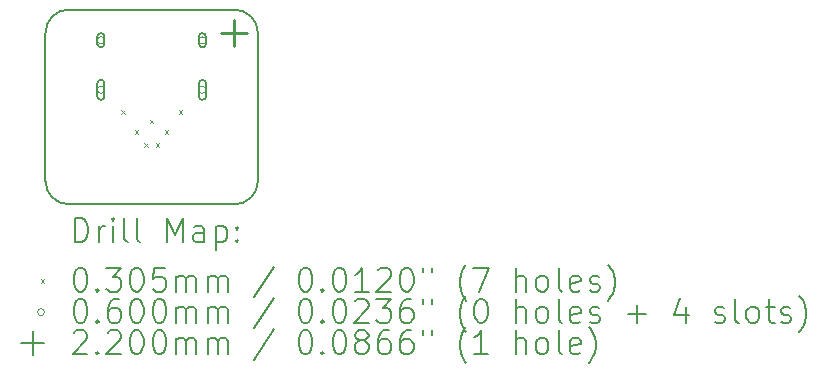
<source format=gbr>
%TF.GenerationSoftware,KiCad,Pcbnew,(6.0.8)*%
%TF.CreationDate,2022-10-31T11:18:18-04:00*%
%TF.ProjectId,Unified-Daughterboard,556e6966-6965-4642-9d44-617567687465,C3*%
%TF.SameCoordinates,Original*%
%TF.FileFunction,Drillmap*%
%TF.FilePolarity,Positive*%
%FSLAX45Y45*%
G04 Gerber Fmt 4.5, Leading zero omitted, Abs format (unit mm)*
G04 Created by KiCad (PCBNEW (6.0.8)) date 2022-10-31 11:18:18*
%MOMM*%
%LPD*%
G01*
G04 APERTURE LIST*
%ADD10C,0.150000*%
%ADD11C,0.200000*%
%ADD12C,0.030480*%
%ADD13C,0.060000*%
%ADD14C,0.220000*%
G04 APERTURE END LIST*
D10*
X8200450Y-7304300D02*
G75*
G03*
X8400450Y-7104300I0J200000D01*
G01*
X6600450Y-7104300D02*
G75*
G03*
X6800450Y-7304300I200000J0D01*
G01*
X6600450Y-7104300D02*
X6600450Y-5854300D01*
X8200450Y-7304300D02*
X6800450Y-7304300D01*
X8400450Y-5854300D02*
X8400450Y-7104300D01*
X6800450Y-5654300D02*
X8200450Y-5654300D01*
X6800450Y-5654300D02*
G75*
G03*
X6600450Y-5854300I0J-200000D01*
G01*
X8400450Y-5854300D02*
G75*
G03*
X8200450Y-5654300I-200000J0D01*
G01*
D11*
D12*
X7240010Y-6508660D02*
X7270490Y-6539140D01*
X7270490Y-6508660D02*
X7240010Y-6539140D01*
X7358010Y-6673760D02*
X7388490Y-6704240D01*
X7388490Y-6673760D02*
X7358010Y-6704240D01*
X7435210Y-6786560D02*
X7465690Y-6817040D01*
X7465690Y-6786560D02*
X7435210Y-6817040D01*
X7485010Y-6587400D02*
X7515490Y-6617880D01*
X7515490Y-6587400D02*
X7485010Y-6617880D01*
X7535010Y-6786360D02*
X7565490Y-6816840D01*
X7565490Y-6786360D02*
X7535010Y-6816840D01*
X7612010Y-6673760D02*
X7642490Y-6704240D01*
X7642490Y-6673760D02*
X7612010Y-6704240D01*
X7730010Y-6508660D02*
X7760490Y-6539140D01*
X7760490Y-6508660D02*
X7730010Y-6539140D01*
D13*
X7100250Y-5914300D02*
G75*
G03*
X7100250Y-5914300I-30000J0D01*
G01*
D11*
X7100250Y-5944300D02*
X7100250Y-5884300D01*
X7040250Y-5944300D02*
X7040250Y-5884300D01*
X7100250Y-5884300D02*
G75*
G03*
X7040250Y-5884300I-30000J0D01*
G01*
X7040250Y-5944300D02*
G75*
G03*
X7100250Y-5944300I30000J0D01*
G01*
D13*
X7100250Y-6334300D02*
G75*
G03*
X7100250Y-6334300I-30000J0D01*
G01*
D11*
X7100250Y-6389300D02*
X7100250Y-6279300D01*
X7040250Y-6389300D02*
X7040250Y-6279300D01*
X7100250Y-6279300D02*
G75*
G03*
X7040250Y-6279300I-30000J0D01*
G01*
X7040250Y-6389300D02*
G75*
G03*
X7100250Y-6389300I30000J0D01*
G01*
D13*
X7960250Y-5914300D02*
G75*
G03*
X7960250Y-5914300I-30000J0D01*
G01*
D11*
X7960250Y-5944300D02*
X7960250Y-5884300D01*
X7900250Y-5944300D02*
X7900250Y-5884300D01*
X7960250Y-5884300D02*
G75*
G03*
X7900250Y-5884300I-30000J0D01*
G01*
X7900250Y-5944300D02*
G75*
G03*
X7960250Y-5944300I30000J0D01*
G01*
D13*
X7960250Y-6334300D02*
G75*
G03*
X7960250Y-6334300I-30000J0D01*
G01*
D11*
X7960250Y-6389300D02*
X7960250Y-6279300D01*
X7900250Y-6389300D02*
X7900250Y-6279300D01*
X7960250Y-6279300D02*
G75*
G03*
X7900250Y-6279300I-30000J0D01*
G01*
X7900250Y-6389300D02*
G75*
G03*
X7960250Y-6389300I30000J0D01*
G01*
D14*
X8200450Y-5744300D02*
X8200450Y-5964300D01*
X8090450Y-5854300D02*
X8310450Y-5854300D01*
D11*
X6850569Y-7622276D02*
X6850569Y-7422276D01*
X6898188Y-7422276D01*
X6926759Y-7431800D01*
X6945807Y-7450848D01*
X6955331Y-7469895D01*
X6964855Y-7507990D01*
X6964855Y-7536562D01*
X6955331Y-7574657D01*
X6945807Y-7593705D01*
X6926759Y-7612752D01*
X6898188Y-7622276D01*
X6850569Y-7622276D01*
X7050569Y-7622276D02*
X7050569Y-7488943D01*
X7050569Y-7527038D02*
X7060093Y-7507990D01*
X7069617Y-7498467D01*
X7088664Y-7488943D01*
X7107712Y-7488943D01*
X7174378Y-7622276D02*
X7174378Y-7488943D01*
X7174378Y-7422276D02*
X7164855Y-7431800D01*
X7174378Y-7441324D01*
X7183902Y-7431800D01*
X7174378Y-7422276D01*
X7174378Y-7441324D01*
X7298188Y-7622276D02*
X7279140Y-7612752D01*
X7269617Y-7593705D01*
X7269617Y-7422276D01*
X7402950Y-7622276D02*
X7383902Y-7612752D01*
X7374378Y-7593705D01*
X7374378Y-7422276D01*
X7631521Y-7622276D02*
X7631521Y-7422276D01*
X7698188Y-7565133D01*
X7764855Y-7422276D01*
X7764855Y-7622276D01*
X7945807Y-7622276D02*
X7945807Y-7517514D01*
X7936283Y-7498467D01*
X7917236Y-7488943D01*
X7879140Y-7488943D01*
X7860093Y-7498467D01*
X7945807Y-7612752D02*
X7926759Y-7622276D01*
X7879140Y-7622276D01*
X7860093Y-7612752D01*
X7850569Y-7593705D01*
X7850569Y-7574657D01*
X7860093Y-7555609D01*
X7879140Y-7546086D01*
X7926759Y-7546086D01*
X7945807Y-7536562D01*
X8041045Y-7488943D02*
X8041045Y-7688943D01*
X8041045Y-7498467D02*
X8060093Y-7488943D01*
X8098188Y-7488943D01*
X8117236Y-7498467D01*
X8126759Y-7507990D01*
X8136283Y-7527038D01*
X8136283Y-7584181D01*
X8126759Y-7603228D01*
X8117236Y-7612752D01*
X8098188Y-7622276D01*
X8060093Y-7622276D01*
X8041045Y-7612752D01*
X8221998Y-7603228D02*
X8231521Y-7612752D01*
X8221998Y-7622276D01*
X8212474Y-7612752D01*
X8221998Y-7603228D01*
X8221998Y-7622276D01*
X8221998Y-7498467D02*
X8231521Y-7507990D01*
X8221998Y-7517514D01*
X8212474Y-7507990D01*
X8221998Y-7498467D01*
X8221998Y-7517514D01*
D12*
X6562470Y-7936560D02*
X6592950Y-7967040D01*
X6592950Y-7936560D02*
X6562470Y-7967040D01*
D11*
X6888664Y-7842276D02*
X6907712Y-7842276D01*
X6926759Y-7851800D01*
X6936283Y-7861324D01*
X6945807Y-7880371D01*
X6955331Y-7918467D01*
X6955331Y-7966086D01*
X6945807Y-8004181D01*
X6936283Y-8023228D01*
X6926759Y-8032752D01*
X6907712Y-8042276D01*
X6888664Y-8042276D01*
X6869617Y-8032752D01*
X6860093Y-8023228D01*
X6850569Y-8004181D01*
X6841045Y-7966086D01*
X6841045Y-7918467D01*
X6850569Y-7880371D01*
X6860093Y-7861324D01*
X6869617Y-7851800D01*
X6888664Y-7842276D01*
X7041045Y-8023228D02*
X7050569Y-8032752D01*
X7041045Y-8042276D01*
X7031521Y-8032752D01*
X7041045Y-8023228D01*
X7041045Y-8042276D01*
X7117236Y-7842276D02*
X7241045Y-7842276D01*
X7174378Y-7918467D01*
X7202950Y-7918467D01*
X7221998Y-7927990D01*
X7231521Y-7937514D01*
X7241045Y-7956562D01*
X7241045Y-8004181D01*
X7231521Y-8023228D01*
X7221998Y-8032752D01*
X7202950Y-8042276D01*
X7145807Y-8042276D01*
X7126759Y-8032752D01*
X7117236Y-8023228D01*
X7364855Y-7842276D02*
X7383902Y-7842276D01*
X7402950Y-7851800D01*
X7412474Y-7861324D01*
X7421998Y-7880371D01*
X7431521Y-7918467D01*
X7431521Y-7966086D01*
X7421998Y-8004181D01*
X7412474Y-8023228D01*
X7402950Y-8032752D01*
X7383902Y-8042276D01*
X7364855Y-8042276D01*
X7345807Y-8032752D01*
X7336283Y-8023228D01*
X7326759Y-8004181D01*
X7317236Y-7966086D01*
X7317236Y-7918467D01*
X7326759Y-7880371D01*
X7336283Y-7861324D01*
X7345807Y-7851800D01*
X7364855Y-7842276D01*
X7612474Y-7842276D02*
X7517236Y-7842276D01*
X7507712Y-7937514D01*
X7517236Y-7927990D01*
X7536283Y-7918467D01*
X7583902Y-7918467D01*
X7602950Y-7927990D01*
X7612474Y-7937514D01*
X7621998Y-7956562D01*
X7621998Y-8004181D01*
X7612474Y-8023228D01*
X7602950Y-8032752D01*
X7583902Y-8042276D01*
X7536283Y-8042276D01*
X7517236Y-8032752D01*
X7507712Y-8023228D01*
X7707712Y-8042276D02*
X7707712Y-7908943D01*
X7707712Y-7927990D02*
X7717236Y-7918467D01*
X7736283Y-7908943D01*
X7764855Y-7908943D01*
X7783902Y-7918467D01*
X7793426Y-7937514D01*
X7793426Y-8042276D01*
X7793426Y-7937514D02*
X7802950Y-7918467D01*
X7821998Y-7908943D01*
X7850569Y-7908943D01*
X7869617Y-7918467D01*
X7879140Y-7937514D01*
X7879140Y-8042276D01*
X7974378Y-8042276D02*
X7974378Y-7908943D01*
X7974378Y-7927990D02*
X7983902Y-7918467D01*
X8002950Y-7908943D01*
X8031521Y-7908943D01*
X8050569Y-7918467D01*
X8060093Y-7937514D01*
X8060093Y-8042276D01*
X8060093Y-7937514D02*
X8069617Y-7918467D01*
X8088664Y-7908943D01*
X8117236Y-7908943D01*
X8136283Y-7918467D01*
X8145807Y-7937514D01*
X8145807Y-8042276D01*
X8536283Y-7832752D02*
X8364855Y-8089895D01*
X8793426Y-7842276D02*
X8812474Y-7842276D01*
X8831521Y-7851800D01*
X8841045Y-7861324D01*
X8850569Y-7880371D01*
X8860093Y-7918467D01*
X8860093Y-7966086D01*
X8850569Y-8004181D01*
X8841045Y-8023228D01*
X8831521Y-8032752D01*
X8812474Y-8042276D01*
X8793426Y-8042276D01*
X8774379Y-8032752D01*
X8764855Y-8023228D01*
X8755331Y-8004181D01*
X8745807Y-7966086D01*
X8745807Y-7918467D01*
X8755331Y-7880371D01*
X8764855Y-7861324D01*
X8774379Y-7851800D01*
X8793426Y-7842276D01*
X8945807Y-8023228D02*
X8955331Y-8032752D01*
X8945807Y-8042276D01*
X8936283Y-8032752D01*
X8945807Y-8023228D01*
X8945807Y-8042276D01*
X9079140Y-7842276D02*
X9098188Y-7842276D01*
X9117236Y-7851800D01*
X9126760Y-7861324D01*
X9136283Y-7880371D01*
X9145807Y-7918467D01*
X9145807Y-7966086D01*
X9136283Y-8004181D01*
X9126760Y-8023228D01*
X9117236Y-8032752D01*
X9098188Y-8042276D01*
X9079140Y-8042276D01*
X9060093Y-8032752D01*
X9050569Y-8023228D01*
X9041045Y-8004181D01*
X9031521Y-7966086D01*
X9031521Y-7918467D01*
X9041045Y-7880371D01*
X9050569Y-7861324D01*
X9060093Y-7851800D01*
X9079140Y-7842276D01*
X9336283Y-8042276D02*
X9221998Y-8042276D01*
X9279140Y-8042276D02*
X9279140Y-7842276D01*
X9260093Y-7870848D01*
X9241045Y-7889895D01*
X9221998Y-7899419D01*
X9412474Y-7861324D02*
X9421998Y-7851800D01*
X9441045Y-7842276D01*
X9488664Y-7842276D01*
X9507712Y-7851800D01*
X9517236Y-7861324D01*
X9526760Y-7880371D01*
X9526760Y-7899419D01*
X9517236Y-7927990D01*
X9402950Y-8042276D01*
X9526760Y-8042276D01*
X9650569Y-7842276D02*
X9669617Y-7842276D01*
X9688664Y-7851800D01*
X9698188Y-7861324D01*
X9707712Y-7880371D01*
X9717236Y-7918467D01*
X9717236Y-7966086D01*
X9707712Y-8004181D01*
X9698188Y-8023228D01*
X9688664Y-8032752D01*
X9669617Y-8042276D01*
X9650569Y-8042276D01*
X9631521Y-8032752D01*
X9621998Y-8023228D01*
X9612474Y-8004181D01*
X9602950Y-7966086D01*
X9602950Y-7918467D01*
X9612474Y-7880371D01*
X9621998Y-7861324D01*
X9631521Y-7851800D01*
X9650569Y-7842276D01*
X9793426Y-7842276D02*
X9793426Y-7880371D01*
X9869617Y-7842276D02*
X9869617Y-7880371D01*
X10164855Y-8118467D02*
X10155331Y-8108943D01*
X10136283Y-8080371D01*
X10126760Y-8061324D01*
X10117236Y-8032752D01*
X10107712Y-7985133D01*
X10107712Y-7947038D01*
X10117236Y-7899419D01*
X10126760Y-7870848D01*
X10136283Y-7851800D01*
X10155331Y-7823228D01*
X10164855Y-7813705D01*
X10221998Y-7842276D02*
X10355331Y-7842276D01*
X10269617Y-8042276D01*
X10583902Y-8042276D02*
X10583902Y-7842276D01*
X10669617Y-8042276D02*
X10669617Y-7937514D01*
X10660093Y-7918467D01*
X10641045Y-7908943D01*
X10612474Y-7908943D01*
X10593426Y-7918467D01*
X10583902Y-7927990D01*
X10793426Y-8042276D02*
X10774379Y-8032752D01*
X10764855Y-8023228D01*
X10755331Y-8004181D01*
X10755331Y-7947038D01*
X10764855Y-7927990D01*
X10774379Y-7918467D01*
X10793426Y-7908943D01*
X10821998Y-7908943D01*
X10841045Y-7918467D01*
X10850569Y-7927990D01*
X10860093Y-7947038D01*
X10860093Y-8004181D01*
X10850569Y-8023228D01*
X10841045Y-8032752D01*
X10821998Y-8042276D01*
X10793426Y-8042276D01*
X10974379Y-8042276D02*
X10955331Y-8032752D01*
X10945807Y-8013705D01*
X10945807Y-7842276D01*
X11126760Y-8032752D02*
X11107712Y-8042276D01*
X11069617Y-8042276D01*
X11050569Y-8032752D01*
X11041045Y-8013705D01*
X11041045Y-7937514D01*
X11050569Y-7918467D01*
X11069617Y-7908943D01*
X11107712Y-7908943D01*
X11126760Y-7918467D01*
X11136283Y-7937514D01*
X11136283Y-7956562D01*
X11041045Y-7975609D01*
X11212474Y-8032752D02*
X11231521Y-8042276D01*
X11269617Y-8042276D01*
X11288664Y-8032752D01*
X11298188Y-8013705D01*
X11298188Y-8004181D01*
X11288664Y-7985133D01*
X11269617Y-7975609D01*
X11241045Y-7975609D01*
X11221998Y-7966086D01*
X11212474Y-7947038D01*
X11212474Y-7937514D01*
X11221998Y-7918467D01*
X11241045Y-7908943D01*
X11269617Y-7908943D01*
X11288664Y-7918467D01*
X11364855Y-8118467D02*
X11374378Y-8108943D01*
X11393426Y-8080371D01*
X11402950Y-8061324D01*
X11412474Y-8032752D01*
X11421998Y-7985133D01*
X11421998Y-7947038D01*
X11412474Y-7899419D01*
X11402950Y-7870848D01*
X11393426Y-7851800D01*
X11374378Y-7823228D01*
X11364855Y-7813705D01*
D13*
X6592950Y-8215800D02*
G75*
G03*
X6592950Y-8215800I-30000J0D01*
G01*
D11*
X6888664Y-8106276D02*
X6907712Y-8106276D01*
X6926759Y-8115800D01*
X6936283Y-8125324D01*
X6945807Y-8144371D01*
X6955331Y-8182467D01*
X6955331Y-8230086D01*
X6945807Y-8268181D01*
X6936283Y-8287228D01*
X6926759Y-8296752D01*
X6907712Y-8306276D01*
X6888664Y-8306276D01*
X6869617Y-8296752D01*
X6860093Y-8287228D01*
X6850569Y-8268181D01*
X6841045Y-8230086D01*
X6841045Y-8182467D01*
X6850569Y-8144371D01*
X6860093Y-8125324D01*
X6869617Y-8115800D01*
X6888664Y-8106276D01*
X7041045Y-8287228D02*
X7050569Y-8296752D01*
X7041045Y-8306276D01*
X7031521Y-8296752D01*
X7041045Y-8287228D01*
X7041045Y-8306276D01*
X7221998Y-8106276D02*
X7183902Y-8106276D01*
X7164855Y-8115800D01*
X7155331Y-8125324D01*
X7136283Y-8153895D01*
X7126759Y-8191990D01*
X7126759Y-8268181D01*
X7136283Y-8287228D01*
X7145807Y-8296752D01*
X7164855Y-8306276D01*
X7202950Y-8306276D01*
X7221998Y-8296752D01*
X7231521Y-8287228D01*
X7241045Y-8268181D01*
X7241045Y-8220562D01*
X7231521Y-8201514D01*
X7221998Y-8191990D01*
X7202950Y-8182467D01*
X7164855Y-8182467D01*
X7145807Y-8191990D01*
X7136283Y-8201514D01*
X7126759Y-8220562D01*
X7364855Y-8106276D02*
X7383902Y-8106276D01*
X7402950Y-8115800D01*
X7412474Y-8125324D01*
X7421998Y-8144371D01*
X7431521Y-8182467D01*
X7431521Y-8230086D01*
X7421998Y-8268181D01*
X7412474Y-8287228D01*
X7402950Y-8296752D01*
X7383902Y-8306276D01*
X7364855Y-8306276D01*
X7345807Y-8296752D01*
X7336283Y-8287228D01*
X7326759Y-8268181D01*
X7317236Y-8230086D01*
X7317236Y-8182467D01*
X7326759Y-8144371D01*
X7336283Y-8125324D01*
X7345807Y-8115800D01*
X7364855Y-8106276D01*
X7555331Y-8106276D02*
X7574378Y-8106276D01*
X7593426Y-8115800D01*
X7602950Y-8125324D01*
X7612474Y-8144371D01*
X7621998Y-8182467D01*
X7621998Y-8230086D01*
X7612474Y-8268181D01*
X7602950Y-8287228D01*
X7593426Y-8296752D01*
X7574378Y-8306276D01*
X7555331Y-8306276D01*
X7536283Y-8296752D01*
X7526759Y-8287228D01*
X7517236Y-8268181D01*
X7507712Y-8230086D01*
X7507712Y-8182467D01*
X7517236Y-8144371D01*
X7526759Y-8125324D01*
X7536283Y-8115800D01*
X7555331Y-8106276D01*
X7707712Y-8306276D02*
X7707712Y-8172943D01*
X7707712Y-8191990D02*
X7717236Y-8182467D01*
X7736283Y-8172943D01*
X7764855Y-8172943D01*
X7783902Y-8182467D01*
X7793426Y-8201514D01*
X7793426Y-8306276D01*
X7793426Y-8201514D02*
X7802950Y-8182467D01*
X7821998Y-8172943D01*
X7850569Y-8172943D01*
X7869617Y-8182467D01*
X7879140Y-8201514D01*
X7879140Y-8306276D01*
X7974378Y-8306276D02*
X7974378Y-8172943D01*
X7974378Y-8191990D02*
X7983902Y-8182467D01*
X8002950Y-8172943D01*
X8031521Y-8172943D01*
X8050569Y-8182467D01*
X8060093Y-8201514D01*
X8060093Y-8306276D01*
X8060093Y-8201514D02*
X8069617Y-8182467D01*
X8088664Y-8172943D01*
X8117236Y-8172943D01*
X8136283Y-8182467D01*
X8145807Y-8201514D01*
X8145807Y-8306276D01*
X8536283Y-8096752D02*
X8364855Y-8353895D01*
X8793426Y-8106276D02*
X8812474Y-8106276D01*
X8831521Y-8115800D01*
X8841045Y-8125324D01*
X8850569Y-8144371D01*
X8860093Y-8182467D01*
X8860093Y-8230086D01*
X8850569Y-8268181D01*
X8841045Y-8287228D01*
X8831521Y-8296752D01*
X8812474Y-8306276D01*
X8793426Y-8306276D01*
X8774379Y-8296752D01*
X8764855Y-8287228D01*
X8755331Y-8268181D01*
X8745807Y-8230086D01*
X8745807Y-8182467D01*
X8755331Y-8144371D01*
X8764855Y-8125324D01*
X8774379Y-8115800D01*
X8793426Y-8106276D01*
X8945807Y-8287228D02*
X8955331Y-8296752D01*
X8945807Y-8306276D01*
X8936283Y-8296752D01*
X8945807Y-8287228D01*
X8945807Y-8306276D01*
X9079140Y-8106276D02*
X9098188Y-8106276D01*
X9117236Y-8115800D01*
X9126760Y-8125324D01*
X9136283Y-8144371D01*
X9145807Y-8182467D01*
X9145807Y-8230086D01*
X9136283Y-8268181D01*
X9126760Y-8287228D01*
X9117236Y-8296752D01*
X9098188Y-8306276D01*
X9079140Y-8306276D01*
X9060093Y-8296752D01*
X9050569Y-8287228D01*
X9041045Y-8268181D01*
X9031521Y-8230086D01*
X9031521Y-8182467D01*
X9041045Y-8144371D01*
X9050569Y-8125324D01*
X9060093Y-8115800D01*
X9079140Y-8106276D01*
X9221998Y-8125324D02*
X9231521Y-8115800D01*
X9250569Y-8106276D01*
X9298188Y-8106276D01*
X9317236Y-8115800D01*
X9326760Y-8125324D01*
X9336283Y-8144371D01*
X9336283Y-8163419D01*
X9326760Y-8191990D01*
X9212474Y-8306276D01*
X9336283Y-8306276D01*
X9402950Y-8106276D02*
X9526760Y-8106276D01*
X9460093Y-8182467D01*
X9488664Y-8182467D01*
X9507712Y-8191990D01*
X9517236Y-8201514D01*
X9526760Y-8220562D01*
X9526760Y-8268181D01*
X9517236Y-8287228D01*
X9507712Y-8296752D01*
X9488664Y-8306276D01*
X9431521Y-8306276D01*
X9412474Y-8296752D01*
X9402950Y-8287228D01*
X9698188Y-8106276D02*
X9660093Y-8106276D01*
X9641045Y-8115800D01*
X9631521Y-8125324D01*
X9612474Y-8153895D01*
X9602950Y-8191990D01*
X9602950Y-8268181D01*
X9612474Y-8287228D01*
X9621998Y-8296752D01*
X9641045Y-8306276D01*
X9679140Y-8306276D01*
X9698188Y-8296752D01*
X9707712Y-8287228D01*
X9717236Y-8268181D01*
X9717236Y-8220562D01*
X9707712Y-8201514D01*
X9698188Y-8191990D01*
X9679140Y-8182467D01*
X9641045Y-8182467D01*
X9621998Y-8191990D01*
X9612474Y-8201514D01*
X9602950Y-8220562D01*
X9793426Y-8106276D02*
X9793426Y-8144371D01*
X9869617Y-8106276D02*
X9869617Y-8144371D01*
X10164855Y-8382467D02*
X10155331Y-8372943D01*
X10136283Y-8344371D01*
X10126760Y-8325324D01*
X10117236Y-8296752D01*
X10107712Y-8249133D01*
X10107712Y-8211038D01*
X10117236Y-8163419D01*
X10126760Y-8134848D01*
X10136283Y-8115800D01*
X10155331Y-8087228D01*
X10164855Y-8077705D01*
X10279140Y-8106276D02*
X10298188Y-8106276D01*
X10317236Y-8115800D01*
X10326760Y-8125324D01*
X10336283Y-8144371D01*
X10345807Y-8182467D01*
X10345807Y-8230086D01*
X10336283Y-8268181D01*
X10326760Y-8287228D01*
X10317236Y-8296752D01*
X10298188Y-8306276D01*
X10279140Y-8306276D01*
X10260093Y-8296752D01*
X10250569Y-8287228D01*
X10241045Y-8268181D01*
X10231521Y-8230086D01*
X10231521Y-8182467D01*
X10241045Y-8144371D01*
X10250569Y-8125324D01*
X10260093Y-8115800D01*
X10279140Y-8106276D01*
X10583902Y-8306276D02*
X10583902Y-8106276D01*
X10669617Y-8306276D02*
X10669617Y-8201514D01*
X10660093Y-8182467D01*
X10641045Y-8172943D01*
X10612474Y-8172943D01*
X10593426Y-8182467D01*
X10583902Y-8191990D01*
X10793426Y-8306276D02*
X10774379Y-8296752D01*
X10764855Y-8287228D01*
X10755331Y-8268181D01*
X10755331Y-8211038D01*
X10764855Y-8191990D01*
X10774379Y-8182467D01*
X10793426Y-8172943D01*
X10821998Y-8172943D01*
X10841045Y-8182467D01*
X10850569Y-8191990D01*
X10860093Y-8211038D01*
X10860093Y-8268181D01*
X10850569Y-8287228D01*
X10841045Y-8296752D01*
X10821998Y-8306276D01*
X10793426Y-8306276D01*
X10974379Y-8306276D02*
X10955331Y-8296752D01*
X10945807Y-8277705D01*
X10945807Y-8106276D01*
X11126760Y-8296752D02*
X11107712Y-8306276D01*
X11069617Y-8306276D01*
X11050569Y-8296752D01*
X11041045Y-8277705D01*
X11041045Y-8201514D01*
X11050569Y-8182467D01*
X11069617Y-8172943D01*
X11107712Y-8172943D01*
X11126760Y-8182467D01*
X11136283Y-8201514D01*
X11136283Y-8220562D01*
X11041045Y-8239609D01*
X11212474Y-8296752D02*
X11231521Y-8306276D01*
X11269617Y-8306276D01*
X11288664Y-8296752D01*
X11298188Y-8277705D01*
X11298188Y-8268181D01*
X11288664Y-8249133D01*
X11269617Y-8239609D01*
X11241045Y-8239609D01*
X11221998Y-8230086D01*
X11212474Y-8211038D01*
X11212474Y-8201514D01*
X11221998Y-8182467D01*
X11241045Y-8172943D01*
X11269617Y-8172943D01*
X11288664Y-8182467D01*
X11536283Y-8230086D02*
X11688664Y-8230086D01*
X11612474Y-8306276D02*
X11612474Y-8153895D01*
X12021998Y-8172943D02*
X12021998Y-8306276D01*
X11974378Y-8096752D02*
X11926759Y-8239609D01*
X12050569Y-8239609D01*
X12269617Y-8296752D02*
X12288664Y-8306276D01*
X12326759Y-8306276D01*
X12345807Y-8296752D01*
X12355331Y-8277705D01*
X12355331Y-8268181D01*
X12345807Y-8249133D01*
X12326759Y-8239609D01*
X12298188Y-8239609D01*
X12279140Y-8230086D01*
X12269617Y-8211038D01*
X12269617Y-8201514D01*
X12279140Y-8182467D01*
X12298188Y-8172943D01*
X12326759Y-8172943D01*
X12345807Y-8182467D01*
X12469617Y-8306276D02*
X12450569Y-8296752D01*
X12441045Y-8277705D01*
X12441045Y-8106276D01*
X12574378Y-8306276D02*
X12555331Y-8296752D01*
X12545807Y-8287228D01*
X12536283Y-8268181D01*
X12536283Y-8211038D01*
X12545807Y-8191990D01*
X12555331Y-8182467D01*
X12574378Y-8172943D01*
X12602950Y-8172943D01*
X12621998Y-8182467D01*
X12631521Y-8191990D01*
X12641045Y-8211038D01*
X12641045Y-8268181D01*
X12631521Y-8287228D01*
X12621998Y-8296752D01*
X12602950Y-8306276D01*
X12574378Y-8306276D01*
X12698188Y-8172943D02*
X12774378Y-8172943D01*
X12726759Y-8106276D02*
X12726759Y-8277705D01*
X12736283Y-8296752D01*
X12755331Y-8306276D01*
X12774378Y-8306276D01*
X12831521Y-8296752D02*
X12850569Y-8306276D01*
X12888664Y-8306276D01*
X12907712Y-8296752D01*
X12917236Y-8277705D01*
X12917236Y-8268181D01*
X12907712Y-8249133D01*
X12888664Y-8239609D01*
X12860093Y-8239609D01*
X12841045Y-8230086D01*
X12831521Y-8211038D01*
X12831521Y-8201514D01*
X12841045Y-8182467D01*
X12860093Y-8172943D01*
X12888664Y-8172943D01*
X12907712Y-8182467D01*
X12983902Y-8382467D02*
X12993426Y-8372943D01*
X13012474Y-8344371D01*
X13021998Y-8325324D01*
X13031521Y-8296752D01*
X13041045Y-8249133D01*
X13041045Y-8211038D01*
X13031521Y-8163419D01*
X13021998Y-8134848D01*
X13012474Y-8115800D01*
X12993426Y-8087228D01*
X12983902Y-8077705D01*
X6492950Y-8379800D02*
X6492950Y-8579800D01*
X6392950Y-8479800D02*
X6592950Y-8479800D01*
X6841045Y-8389324D02*
X6850569Y-8379800D01*
X6869617Y-8370276D01*
X6917236Y-8370276D01*
X6936283Y-8379800D01*
X6945807Y-8389324D01*
X6955331Y-8408371D01*
X6955331Y-8427419D01*
X6945807Y-8455990D01*
X6831521Y-8570276D01*
X6955331Y-8570276D01*
X7041045Y-8551229D02*
X7050569Y-8560752D01*
X7041045Y-8570276D01*
X7031521Y-8560752D01*
X7041045Y-8551229D01*
X7041045Y-8570276D01*
X7126759Y-8389324D02*
X7136283Y-8379800D01*
X7155331Y-8370276D01*
X7202950Y-8370276D01*
X7221998Y-8379800D01*
X7231521Y-8389324D01*
X7241045Y-8408371D01*
X7241045Y-8427419D01*
X7231521Y-8455990D01*
X7117236Y-8570276D01*
X7241045Y-8570276D01*
X7364855Y-8370276D02*
X7383902Y-8370276D01*
X7402950Y-8379800D01*
X7412474Y-8389324D01*
X7421998Y-8408371D01*
X7431521Y-8446467D01*
X7431521Y-8494086D01*
X7421998Y-8532181D01*
X7412474Y-8551229D01*
X7402950Y-8560752D01*
X7383902Y-8570276D01*
X7364855Y-8570276D01*
X7345807Y-8560752D01*
X7336283Y-8551229D01*
X7326759Y-8532181D01*
X7317236Y-8494086D01*
X7317236Y-8446467D01*
X7326759Y-8408371D01*
X7336283Y-8389324D01*
X7345807Y-8379800D01*
X7364855Y-8370276D01*
X7555331Y-8370276D02*
X7574378Y-8370276D01*
X7593426Y-8379800D01*
X7602950Y-8389324D01*
X7612474Y-8408371D01*
X7621998Y-8446467D01*
X7621998Y-8494086D01*
X7612474Y-8532181D01*
X7602950Y-8551229D01*
X7593426Y-8560752D01*
X7574378Y-8570276D01*
X7555331Y-8570276D01*
X7536283Y-8560752D01*
X7526759Y-8551229D01*
X7517236Y-8532181D01*
X7507712Y-8494086D01*
X7507712Y-8446467D01*
X7517236Y-8408371D01*
X7526759Y-8389324D01*
X7536283Y-8379800D01*
X7555331Y-8370276D01*
X7707712Y-8570276D02*
X7707712Y-8436943D01*
X7707712Y-8455990D02*
X7717236Y-8446467D01*
X7736283Y-8436943D01*
X7764855Y-8436943D01*
X7783902Y-8446467D01*
X7793426Y-8465514D01*
X7793426Y-8570276D01*
X7793426Y-8465514D02*
X7802950Y-8446467D01*
X7821998Y-8436943D01*
X7850569Y-8436943D01*
X7869617Y-8446467D01*
X7879140Y-8465514D01*
X7879140Y-8570276D01*
X7974378Y-8570276D02*
X7974378Y-8436943D01*
X7974378Y-8455990D02*
X7983902Y-8446467D01*
X8002950Y-8436943D01*
X8031521Y-8436943D01*
X8050569Y-8446467D01*
X8060093Y-8465514D01*
X8060093Y-8570276D01*
X8060093Y-8465514D02*
X8069617Y-8446467D01*
X8088664Y-8436943D01*
X8117236Y-8436943D01*
X8136283Y-8446467D01*
X8145807Y-8465514D01*
X8145807Y-8570276D01*
X8536283Y-8360752D02*
X8364855Y-8617895D01*
X8793426Y-8370276D02*
X8812474Y-8370276D01*
X8831521Y-8379800D01*
X8841045Y-8389324D01*
X8850569Y-8408371D01*
X8860093Y-8446467D01*
X8860093Y-8494086D01*
X8850569Y-8532181D01*
X8841045Y-8551229D01*
X8831521Y-8560752D01*
X8812474Y-8570276D01*
X8793426Y-8570276D01*
X8774379Y-8560752D01*
X8764855Y-8551229D01*
X8755331Y-8532181D01*
X8745807Y-8494086D01*
X8745807Y-8446467D01*
X8755331Y-8408371D01*
X8764855Y-8389324D01*
X8774379Y-8379800D01*
X8793426Y-8370276D01*
X8945807Y-8551229D02*
X8955331Y-8560752D01*
X8945807Y-8570276D01*
X8936283Y-8560752D01*
X8945807Y-8551229D01*
X8945807Y-8570276D01*
X9079140Y-8370276D02*
X9098188Y-8370276D01*
X9117236Y-8379800D01*
X9126760Y-8389324D01*
X9136283Y-8408371D01*
X9145807Y-8446467D01*
X9145807Y-8494086D01*
X9136283Y-8532181D01*
X9126760Y-8551229D01*
X9117236Y-8560752D01*
X9098188Y-8570276D01*
X9079140Y-8570276D01*
X9060093Y-8560752D01*
X9050569Y-8551229D01*
X9041045Y-8532181D01*
X9031521Y-8494086D01*
X9031521Y-8446467D01*
X9041045Y-8408371D01*
X9050569Y-8389324D01*
X9060093Y-8379800D01*
X9079140Y-8370276D01*
X9260093Y-8455990D02*
X9241045Y-8446467D01*
X9231521Y-8436943D01*
X9221998Y-8417895D01*
X9221998Y-8408371D01*
X9231521Y-8389324D01*
X9241045Y-8379800D01*
X9260093Y-8370276D01*
X9298188Y-8370276D01*
X9317236Y-8379800D01*
X9326760Y-8389324D01*
X9336283Y-8408371D01*
X9336283Y-8417895D01*
X9326760Y-8436943D01*
X9317236Y-8446467D01*
X9298188Y-8455990D01*
X9260093Y-8455990D01*
X9241045Y-8465514D01*
X9231521Y-8475038D01*
X9221998Y-8494086D01*
X9221998Y-8532181D01*
X9231521Y-8551229D01*
X9241045Y-8560752D01*
X9260093Y-8570276D01*
X9298188Y-8570276D01*
X9317236Y-8560752D01*
X9326760Y-8551229D01*
X9336283Y-8532181D01*
X9336283Y-8494086D01*
X9326760Y-8475038D01*
X9317236Y-8465514D01*
X9298188Y-8455990D01*
X9507712Y-8370276D02*
X9469617Y-8370276D01*
X9450569Y-8379800D01*
X9441045Y-8389324D01*
X9421998Y-8417895D01*
X9412474Y-8455990D01*
X9412474Y-8532181D01*
X9421998Y-8551229D01*
X9431521Y-8560752D01*
X9450569Y-8570276D01*
X9488664Y-8570276D01*
X9507712Y-8560752D01*
X9517236Y-8551229D01*
X9526760Y-8532181D01*
X9526760Y-8484562D01*
X9517236Y-8465514D01*
X9507712Y-8455990D01*
X9488664Y-8446467D01*
X9450569Y-8446467D01*
X9431521Y-8455990D01*
X9421998Y-8465514D01*
X9412474Y-8484562D01*
X9698188Y-8370276D02*
X9660093Y-8370276D01*
X9641045Y-8379800D01*
X9631521Y-8389324D01*
X9612474Y-8417895D01*
X9602950Y-8455990D01*
X9602950Y-8532181D01*
X9612474Y-8551229D01*
X9621998Y-8560752D01*
X9641045Y-8570276D01*
X9679140Y-8570276D01*
X9698188Y-8560752D01*
X9707712Y-8551229D01*
X9717236Y-8532181D01*
X9717236Y-8484562D01*
X9707712Y-8465514D01*
X9698188Y-8455990D01*
X9679140Y-8446467D01*
X9641045Y-8446467D01*
X9621998Y-8455990D01*
X9612474Y-8465514D01*
X9602950Y-8484562D01*
X9793426Y-8370276D02*
X9793426Y-8408371D01*
X9869617Y-8370276D02*
X9869617Y-8408371D01*
X10164855Y-8646467D02*
X10155331Y-8636943D01*
X10136283Y-8608371D01*
X10126760Y-8589324D01*
X10117236Y-8560752D01*
X10107712Y-8513133D01*
X10107712Y-8475038D01*
X10117236Y-8427419D01*
X10126760Y-8398848D01*
X10136283Y-8379800D01*
X10155331Y-8351228D01*
X10164855Y-8341705D01*
X10345807Y-8570276D02*
X10231521Y-8570276D01*
X10288664Y-8570276D02*
X10288664Y-8370276D01*
X10269617Y-8398848D01*
X10250569Y-8417895D01*
X10231521Y-8427419D01*
X10583902Y-8570276D02*
X10583902Y-8370276D01*
X10669617Y-8570276D02*
X10669617Y-8465514D01*
X10660093Y-8446467D01*
X10641045Y-8436943D01*
X10612474Y-8436943D01*
X10593426Y-8446467D01*
X10583902Y-8455990D01*
X10793426Y-8570276D02*
X10774379Y-8560752D01*
X10764855Y-8551229D01*
X10755331Y-8532181D01*
X10755331Y-8475038D01*
X10764855Y-8455990D01*
X10774379Y-8446467D01*
X10793426Y-8436943D01*
X10821998Y-8436943D01*
X10841045Y-8446467D01*
X10850569Y-8455990D01*
X10860093Y-8475038D01*
X10860093Y-8532181D01*
X10850569Y-8551229D01*
X10841045Y-8560752D01*
X10821998Y-8570276D01*
X10793426Y-8570276D01*
X10974379Y-8570276D02*
X10955331Y-8560752D01*
X10945807Y-8541705D01*
X10945807Y-8370276D01*
X11126760Y-8560752D02*
X11107712Y-8570276D01*
X11069617Y-8570276D01*
X11050569Y-8560752D01*
X11041045Y-8541705D01*
X11041045Y-8465514D01*
X11050569Y-8446467D01*
X11069617Y-8436943D01*
X11107712Y-8436943D01*
X11126760Y-8446467D01*
X11136283Y-8465514D01*
X11136283Y-8484562D01*
X11041045Y-8503610D01*
X11202950Y-8646467D02*
X11212474Y-8636943D01*
X11231521Y-8608371D01*
X11241045Y-8589324D01*
X11250569Y-8560752D01*
X11260093Y-8513133D01*
X11260093Y-8475038D01*
X11250569Y-8427419D01*
X11241045Y-8398848D01*
X11231521Y-8379800D01*
X11212474Y-8351228D01*
X11202950Y-8341705D01*
M02*

</source>
